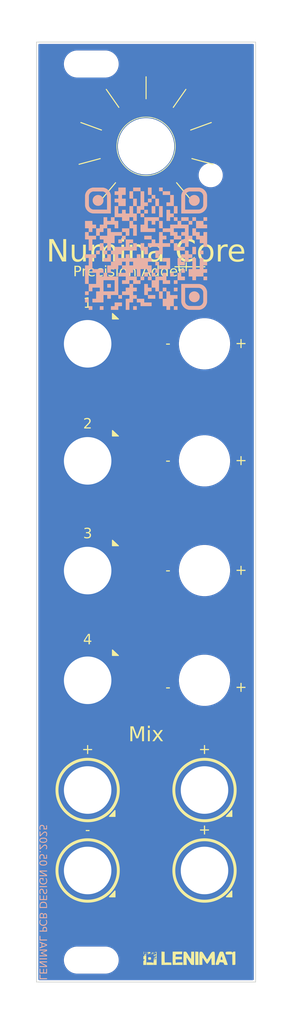
<source format=kicad_pcb>
(kicad_pcb (version 20241229) (generator "pcbnew") (generator_version "9.0")
  (layers (0 "F.Cu" signal) (2 "B.Cu" signal) (13 "F.Paste" user) (15 "B.Paste" user) (5 "F.SilkS" user "F.Silkscreen") (7 "B.SilkS" user "B.Silkscreen") (1 "F.Mask" user) (3 "B.Mask" user) (25 "Edge.Cuts" user))
  (net 0 "")
  (net 1 "GNDREF")
  (footprint "synth-gfx:mount" (layer "F.Cu") (at 57.5 43.75)
    (property "Reference" "REF**" (hide yes))
    (property "Value" "mount")
    (pad "" np_thru_hole oval (at 0 0) (size 7 3.2) (drill oval 7 3.2) (layers "*.Cu" "*.Mask"))
  )
  (footprint "synth-gfx:7.2mm_pot-md" (layer "F.Cu") (at 65 55)
    (property "Reference" "REF**" (hide yes))
    (property "Value" "7.2mm_pot-md")
    (pad "" np_thru_hole circle (at 0 0) (size 7.2 7.2) (drill 7.2) (layers "*.Cu" "*.Mask"))
  )
  (footprint "synth-gfx:jack-input" (layer "F.Cu") (at 57 98)
    (property "Reference" "J2" (hide yes))
    (property "Value" "Conn_01x01_Socket")
    (pad "1" thru_hole circle (at 0 0) (size 7 7) (drill 6.5) (layers "*.Cu" "*.Mask") (net 1 "GNDREF"))
  )
  (footprint "synth-gfx:sw-spdt" (layer "F.Cu") (at 73 98)
    (property "Reference" "REF**" (hide yes))
    (property "Value" "sw-spdt")
    (pad "" np_thru_hole circle (at 0 0) (size 6.5 6.5) (drill 6.5) (layers "*.Cu" "*.Mask"))
  )
  (footprint "synth-gfx:sw-spdt" (layer "F.Cu") (at 73 128)
    (property "Reference" "REF**" (hide yes))
    (property "Value" "sw-spdt")
    (pad "" np_thru_hole circle (at 0 0) (size 6.5 6.5) (drill 6.5) (layers "*.Cu" "*.Mask"))
  )
  (footprint "synth-gfx:jack-input" (layer "F.Cu") (at 57 113)
    (property "Reference" "J3" (hide yes))
    (property "Value" "Conn_01x01_Socket")
    (pad "1" thru_hole circle (at 0 0) (size 7 7) (drill 6.5) (layers "*.Cu" "*.Mask") (net 1 "GNDREF"))
  )
  (footprint "synth-gfx:jack-input" (layer "F.Cu") (at 57 128)
    (property "Reference" "J4" (hide yes))
    (property "Value" "Conn_01x01_Socket")
    (pad "1" thru_hole circle (at 0 0) (size 7 7) (drill 6.5) (layers "*.Cu" "*.Mask") (net 1 "GNDREF"))
  )
  (footprint "synth-gfx:jack-output" (layer "F.Cu") (at 73 143)
    (property "Reference" "J7" (hide yes))
    (property "Value" "Conn_01x01_Socket")
    (pad "1" thru_hole circle (at 0 0) (size 7 7) (drill 6.5) (layers "*.Cu" "*.Mask") (net 1 "GNDREF"))
  )
  (footprint "synth-gfx:trim-pot" (layer "F.Cu") (at 73.85 58.95)
    (property "Reference" "REF**" (hide yes))
    (property "Value" "trim-pot")
    (pad "" np_thru_hole circle (at 0 0) (size 2.8 2.8) (drill 2.8) (layers "*.Cu" "*.Mask"))
  )
  (footprint "" (layer "F.Cu") (at 57.5 166.25)
    (property "Reference" "" (at 0 0 0) (layer "F.SilkS") (effects (font (size 1.27 1.27))))
    (property "Value" "")
    (pad "" np_thru_hole oval (at 0 0) (size 7 3.2) (drill oval 7 3.2) (layers "*.Cu" "*.Mask"))
  )
  (footprint "Synth:lenimal_logo_full" (layer "F.Cu") (at 71 166)
    (property "Reference" "G***" (hide yes))
    (property "Value" "LOGO" (hide yes))
  )
  (footprint "synth-gfx:jack-output" (layer "F.Cu") (at 57 154)
    (property "Reference" "J6" (hide yes))
    (property "Value" "Conn_01x01_Socket")
    (pad "1" thru_hole circle (at 0 0) (size 7 7) (drill 6.5) (layers "*.Cu" "*.Mask") (net 1 "GNDREF"))
  )
  (footprint "synth-gfx:jack-output" (layer "F.Cu") (at 57 143)
    (property "Reference" "J5" (hide yes))
    (property "Value" "Conn_01x01_Socket")
    (pad "1" thru_hole circle (at 0 0) (size 7 7) (drill 6.5) (layers "*.Cu" "*.Mask") (net 1 "GNDREF"))
  )
  (footprint "synth-gfx:jack-output" (layer "F.Cu") (at 73 154)
    (property "Reference" "J8" (hide yes))
    (property "Value" "Conn_01x01_Socket")
    (pad "1" thru_hole circle (at 0 0) (size 7 7) (drill 6.5) (layers "*.Cu" "*.Mask") (net 1 "GNDREF"))
  )
  (footprint "synth-gfx:sw-spdt" (layer "F.Cu") (at 73 113)
    (property "Reference" "REF**" (hide yes))
    (property "Value" "sw-spdt")
    (pad "" np_thru_hole circle (at 0 0) (size 6.5 6.5) (drill 6.5) (layers "*.Cu" "*.Mask"))
  )
  (footprint "synth-gfx:jack-input" (layer "F.Cu") (at 57 82)
    (property "Reference" "J1" (hide yes))
    (property "Value" "Conn_01x01_Socket")
    (pad "1" thru_hole circle (at 0 0) (size 7 7) (drill 6.5) (layers "*.Cu" "*.Mask") (net 1 "GNDREF"))
  )
  (footprint "synth-gfx:sw-spdt" (layer "F.Cu") (at 73 82)
    (property "Reference" "REF**" (hide yes))
    (property "Value" "sw-spdt")
    (pad "" np_thru_hole circle (at 0 0) (size 6.5 6.5) (drill 6.5) (layers "*.Cu" "*.Mask"))
  )
  (footprint "synth-gfx:github-QR_lenimal_white" (layer "B.Cu") (at 65 69 180)
    (property "Reference" "G***" (hide yes))
    (property "Value" "LOGO" (hide yes))
  )
  (gr_line (start 71.106482 62.277422) (end 69.178119 59.979289) (stroke (width 0.15)) (layer "F.SilkS"))
  (gr_line (start 73.92708 51.750809) (end 71.108002 52.776869) (stroke (width 0.15)) (layer "F.SilkS"))
  (gr_line (start 55.823705 57.458781) (end 58.721482 56.682324) (stroke (width 0.15)) (layer "F.SilkS"))
  (gr_line (start 59.551024 47.218056) (end 61.271753 49.675512) (stroke (width 0.15)) (layer "F.SilkS"))
  (gr_line (start 65 45.5) (end 65 48.5) (stroke (width 0.15)) (layer "F.SilkS"))
  (gr_line (start 70.448976 47.218056) (end 68.728247 49.675512) (stroke (width 0.15)) (layer "F.SilkS"))
  (gr_line (start 58.893518 62.277422) (end 60.821881 59.979289) (stroke (width 0.15)) (layer "F.SilkS"))
  (gr_line (start 74.176295 57.458781) (end 71.278518 56.682324) (stroke (width 0.15)) (layer "F.SilkS"))
  (gr_line (start 56.07292 51.750809) (end 58.891998 52.776869) (stroke (width 0.15)) (layer "F.SilkS"))
  (gr_rect (start 50 40.75) (end 80 169.25) (stroke (width 0.1)) (fill no) (layer "Edge.Cuts"))
  (gr_text "+" (at 57 137.5 0) (layer "F.SilkS") (effects (font (size 1.4 1.4))))
  (gr_text "+" (at 73 148.5 0) (layer "F.SilkS") (effects (font (size 1.4 1.4))))
  (gr_text "-" (at 68 98 0) (layer "F.SilkS") (effects (font (size 1.4 1.4))))
  (gr_text "+" (at 71.5 71.5 0) (layer "F.SilkS") (effects (font (size 1.4 1.4))))
  (gr_text "+" (at 78 129 0) (layer "F.SilkS") (effects (font (size 1.4 1.4))))
  (gr_text "-" (at 68 113 0) (layer "F.SilkS") (effects (font (size 1.4 1.4))))
  (gr_text "Mix" (at 65 135.5 0) (layer "F.SilkS") (effects (font (size 2 2) (thickness 0.125))))
  (gr_text "2" (at 57 93 0) (layer "F.SilkS") (effects (font (size 1.4 1.4))))
  (gr_text "+" (at 73 137.5 0) (layer "F.SilkS") (effects (font (size 1.4 1.4))))
  (gr_text "+" (at 78 113 0) (layer "F.SilkS") (effects (font (size 1.4 1.4))))
  (gr_text "Numina Core" (at 65 69.5 0) (layer "F.SilkS") (effects (font (size 3 3) (thickness 0.125))))
  (gr_text "-" (at 57 148.5 0) (layer "F.SilkS") (effects (font (size 1.4 1.4))))
  (gr_text "-" (at 68 129 0) (layer "F.SilkS") (effects (font (size 1.4 1.4))))
  (gr_text "+" (at 69.5 71.5 0) (layer "F.SilkS") (effects (font (size 1.4 1.4))))
  (gr_text "+" (at 72.5 71.5 0) (layer "F.SilkS") (effects (font (size 1.4 1.4))))
  (gr_text "+" (at 78 82 0) (layer "F.SilkS") (effects (font (size 1.4 1.4))))
  (gr_text "Precision Adder" (at 55 73 0) (layer "F.SilkS") (effects (font (size 1.4 1.4)) (justify left bottom)))
  (gr_text "4" (at 57 122.5 0) (layer "F.SilkS") (effects (font (size 1.4 1.4))))
  (gr_text "+" (at 78 98 0) (layer "F.SilkS") (effects (font (size 1.4 1.4))))
  (gr_text "3" (at 57 108 0) (layer "F.SilkS") (effects (font (size 1.4 1.4))))
  (gr_text "1" (at 57 76.5 0) (layer "F.SilkS") (effects (font (size 1.4 1.4))))
  (gr_text "+" (at 70.5 71.5 0) (layer "F.SilkS") (effects (font (size 1.4 1.4))))
  (gr_text "-" (at 68 82 0) (layer "F.SilkS") (effects (font (size 1.4 1.4))))
  (gr_text "LENIMAL PCB DESIGN 05.2025" (at 50.25 169 270) (layer "B.SilkS") (effects (font (size 1 1)) (justify left bottom mirror)))
  (zone (net 1) (net_name "GNDREF") (layers "F.Cu" "B.Cu") (connect_pads (clearance 0.5)) (min_thickness 0.25) (fill yes (thermal_gap 0.5) (thermal_bridge_width 0.5))
    (polygon (pts (xy 45 35) (xy 85 35) (xy 85 175) (xy 45 175)))
  )
)
</source>
